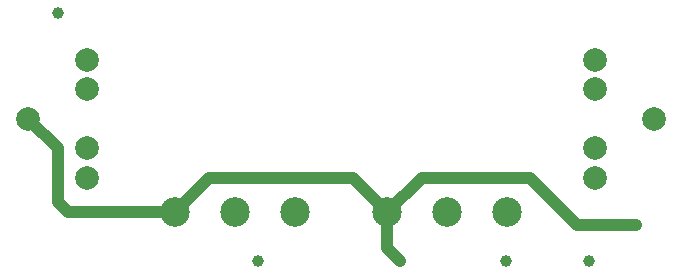
<source format=gtl>
%TF.GenerationSoftware,KiCad,Pcbnew,(5.99.0-12063-ga3441a969d)*%
%TF.CreationDate,2021-08-23T19:33:07+08:00*%
%TF.ProjectId,CW-PHONE-BAND-PASS,43572d50-484f-44e4-952d-42414e442d50,rev?*%
%TF.SameCoordinates,PX5a995c0PY6422c40*%
%TF.FileFunction,Copper,L1,Top*%
%TF.FilePolarity,Positive*%
%FSLAX46Y46*%
G04 Gerber Fmt 4.6, Leading zero omitted, Abs format (unit mm)*
G04 Created by KiCad (PCBNEW (5.99.0-12063-ga3441a969d)) date 2021-08-23 19:33:07*
%MOMM*%
%LPD*%
G01*
G04 APERTURE LIST*
%TA.AperFunction,ComponentPad*%
%ADD10C,2.500000*%
%TD*%
%TA.AperFunction,ComponentPad*%
%ADD11C,2.000000*%
%TD*%
%TA.AperFunction,ComponentPad*%
%ADD12C,1.000000*%
%TD*%
%TA.AperFunction,ViaPad*%
%ADD13C,1.000000*%
%TD*%
%TA.AperFunction,Conductor*%
%ADD14C,1.000000*%
%TD*%
G04 APERTURE END LIST*
D10*
%TO.P,RV2,1,1*%
%TO.N,GND*%
X41920000Y11095000D03*
%TO.P,RV2,2,2*%
%TO.N,/OUT*%
X47000000Y11095000D03*
%TO.P,RV2,3,3*%
%TO.N,/B*%
X52080000Y11095000D03*
%TD*%
%TO.P,RV1,1,1*%
%TO.N,GND*%
X23920000Y11095000D03*
%TO.P,RV1,2,2*%
%TO.N,/A*%
X29000000Y11095000D03*
%TO.P,RV1,3,3*%
%TO.N,/IN*%
X34080000Y11095000D03*
%TD*%
D11*
%TO.P,J1,R*%
%TO.N,unconnected-(J1-PadR)*%
X16500000Y14000000D03*
%TO.P,J1,RN*%
%TO.N,unconnected-(J1-PadRN)*%
X16500000Y16500000D03*
%TO.P,J1,S*%
%TO.N,GND*%
X11500000Y19000000D03*
%TO.P,J1,T*%
%TO.N,/IN*%
X16500000Y24000000D03*
%TO.P,J1,TN*%
%TO.N,unconnected-(J1-PadTN)*%
X16500000Y21500000D03*
%TD*%
D12*
%TO.P,TP3,1,1*%
%TO.N,/B*%
X52000000Y7000000D03*
%TD*%
%TO.P,TP1,1,1*%
%TO.N,/IN*%
X14000000Y28000000D03*
%TD*%
%TO.P,TP2,1,1*%
%TO.N,/A*%
X31000000Y7000000D03*
%TD*%
%TO.P,TP4,1,1*%
%TO.N,/OUT*%
X59000000Y7000000D03*
%TD*%
D11*
%TO.P,J2,R*%
%TO.N,/OUT_R*%
X59500000Y24000000D03*
%TO.P,J2,RN*%
%TO.N,unconnected-(J2-PadRN)*%
X59500000Y21500000D03*
%TO.P,J2,S*%
%TO.N,GND*%
X64500000Y19000000D03*
%TO.P,J2,T*%
%TO.N,/OUT*%
X59500000Y14000000D03*
%TO.P,J2,TN*%
%TO.N,unconnected-(J2-PadTN)*%
X59500000Y16500000D03*
%TD*%
D13*
%TO.N,GND*%
X43000000Y7000000D03*
X63000000Y10000000D03*
%TD*%
D14*
%TO.N,GND*%
X39015000Y14000000D02*
X41920000Y11095000D01*
X41920000Y11095000D02*
X41920000Y8080000D01*
X54000000Y14000000D02*
X58000000Y10000000D01*
X14000000Y16000000D02*
X14000000Y12000000D01*
X41920000Y11095000D02*
X44825000Y14000000D01*
X23920000Y11095000D02*
X26825000Y14000000D01*
X26825000Y14000000D02*
X39015000Y14000000D01*
X44825000Y14000000D02*
X54000000Y14000000D01*
X11500000Y19000000D02*
X14000000Y16500000D01*
X14000000Y12000000D02*
X14905000Y11095000D01*
X14905000Y11095000D02*
X23920000Y11095000D01*
X41920000Y8080000D02*
X43000000Y7000000D01*
X58000000Y10000000D02*
X63000000Y10000000D01*
X14000000Y16500000D02*
X14000000Y16000000D01*
%TD*%
M02*

</source>
